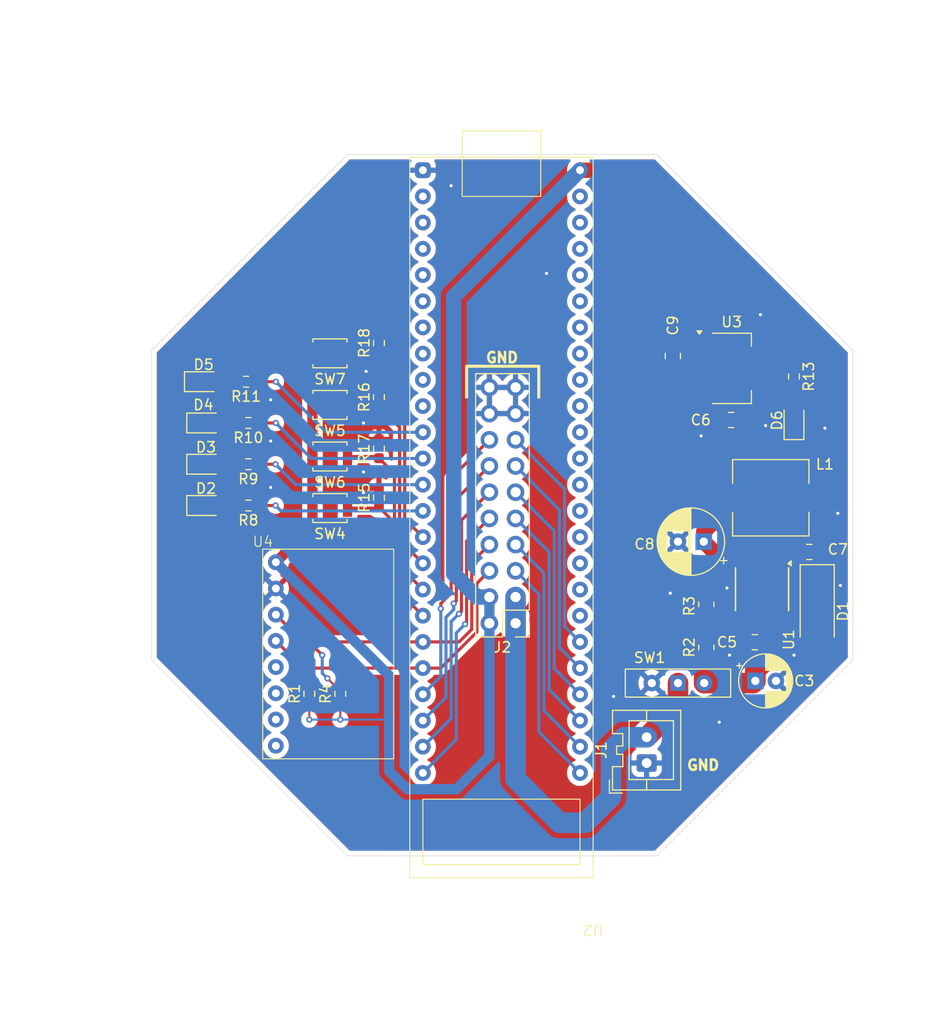
<source format=kicad_pcb>
(kicad_pcb (version 20240108) (generator "pcbnew") (generator_version "8.0")
  (layers (0 "F.Cu" signal) (31 "B.Cu" signal) (34 "B.Paste" user) (35 "F.Paste" user) (36 "B.SilkS" user "B.Silkscreen") (37 "F.SilkS" user "F.Silkscreen") (38 "B.Mask" user) (39 "F.Mask" user) (44 "Edge.Cuts" user))
  (net 0 "")
  (net 1 "GND")
  (net 2 "/12V_5V")
  (net 3 "+5V")
  (net 4 "Net-(D1-K)")
  (net 5 "Net-(U1-BOOT)")
  (net 6 "+3.3V")
  (net 7 "Net-(D2-A)")
  (net 8 "Net-(D3-A)")
  (net 9 "Net-(D4-A)")
  (net 10 "Net-(D5-A)")
  (net 11 "Net-(D6-A)")
  (net 12 "+12V")
  (net 13 "/FPGA6")
  (net 14 "/SDA")
  (net 15 "/FPGA8")
  (net 16 "/FPGA4")
  (net 17 "/FPGA0")
  (net 18 "/SCL")
  (net 19 "/FPGA5")
  (net 20 "/FPGA3")
  (net 21 "/FPGA9")
  (net 22 "/FPGA2")
  (net 23 "/FPGA7")
  (net 24 "/FPGA1")
  (net 25 "Net-(U1-EN)")
  (net 26 "/LED00")
  (net 27 "/LED01")
  (net 28 "/LED10")
  (net 29 "/LED11")
  (net 30 "/BTN00")
  (net 31 "/BTN10")
  (net 32 "/BTN01")
  (net 33 "/BTN11")
  (footprint "Resistor_SMD:R_0603_1608Metric_Pad0.98x0.95mm_HandSolder" (layer "F.Cu") (at 121.25 108.25 90)
    (property "Reference" "R1" (at 0 -1.43 -90) (layer "F.SilkS"))
    (property "Value" "2.2k")
    (pad "1" smd roundrect (at -0.9125 0 90) (size 0.975 0.95) (layers "F.Cu" "F.Paste" "F.Mask") (net 6 "+3.3V"))
    (pad "2" smd roundrect (at 0.9125 0 90) (size 0.975 0.95) (layers "F.Cu" "F.Paste" "F.Mask") (net 14 "/SDA"))
  )
  (footprint "Resistor_SMD:R_0603_1608Metric_Pad0.98x0.95mm_HandSolder" (layer "F.Cu") (at 115.1125 78 180)
    (property "Reference" "R11" (at 0 -1.43 180) (layer "F.SilkS"))
    (property "Value" "180")
    (pad "1" smd roundrect (at -0.9125 0 180) (size 0.975 0.95) (layers "F.Cu" "F.Paste" "F.Mask") (net 29 "/LED11"))
    (pad "2" smd roundrect (at 0.9125 0 180) (size 0.975 0.95) (layers "F.Cu" "F.Paste" "F.Mask") (net 10 "Net-(D5-A)"))
  )
  (footprint "LED_SMD:LED_0805_2012Metric_Pad1.15x1.40mm_HandSolder" (layer "F.Cu") (at 111.225 82)
    (property "Reference" "D4" (at -0.25 -1.75 0) (layer "F.SilkS"))
    (property "Value" "LED")
    (pad "1" smd roundrect (at -1.025 0) (size 1.15 1.4) (layers "F.Cu" "F.Paste" "F.Mask") (roundrect_rratio 0.217391) (net 1 "GND"))
    (pad "2" smd roundrect (at 1.025 0) (size 1.15 1.4) (layers "F.Cu" "F.Paste" "F.Mask") (roundrect_rratio 0.217391) (net 9 "Net-(D4-A)"))
  )
  (footprint "Capacitor_SMD:C_0805_2012Metric" (layer "F.Cu") (at 156.5 75.5 90)
    (property "Reference" "C9" (at 2.95 0 -90) (layer "F.SilkS"))
    (property "Value" "10uF")
    (pad "1" smd roundrect (at -0.95 0 90) (size 1 1.45) (layers "F.Cu" "F.Paste" "F.Mask") (net 6 "+3.3V"))
    (pad "2" smd roundrect (at 0.95 0 90) (size 1 1.45) (layers "F.Cu" "F.Paste" "F.Mask") (net 1 "GND"))
  )
  (footprint "Capacitor_SMD:C_0805_2012Metric" (layer "F.Cu") (at 169.75 94.5)
    (property "Reference" "C7" (at 2.75 -0.25 0) (layer "F.SilkS"))
    (property "Value" "10nF")
    (pad "1" smd roundrect (at -0.95 0) (size 1 1.45) (layers "F.Cu" "F.Paste" "F.Mask") (net 5 "Net-(U1-BOOT)"))
    (pad "2" smd roundrect (at 0.95 0) (size 1 1.45) (layers "F.Cu" "F.Paste" "F.Mask") (net 4 "Net-(D1-K)"))
  )
  (footprint "Resistor_SMD:R_0805_2012Metric" (layer "F.Cu") (at 159.75 103.75 90)
    (property "Reference" "R2" (at 0 -1.65 -90) (layer "F.SilkS"))
    (property "Value" "6.2k")
    (pad "1" smd roundrect (at -0.9125 0 90) (size 1.025 1.4) (layers "F.Cu" "F.Paste" "F.Mask") (roundrect_rratio 0.243902) (net 2 "/12V_5V"))
    (pad "2" smd roundrect (at 0.9125 0 90) (size 1.025 1.4) (layers "F.Cu" "F.Paste" "F.Mask") (roundrect_rratio 0.243902) (net 25 "Net-(U1-EN)"))
  )
  (footprint "Resistor_SMD:R_0603_1608Metric_Pad0.98x0.95mm_HandSolder" (layer "F.Cu") (at 115.3375 86 180)
    (property "Reference" "R9" (at 0 -1.43 180) (layer "F.SilkS"))
    (property "Value" "280")
    (pad "1" smd roundrect (at -0.9125 0 180) (size 0.975 0.95) (layers "F.Cu" "F.Paste" "F.Mask") (net 27 "/LED01"))
    (pad "2" smd roundrect (at 0.9125 0 180) (size 0.975 0.95) (layers "F.Cu" "F.Paste" "F.Mask") (net 8 "Net-(D3-A)"))
  )
  (footprint "Resistor_SMD:R_0603_1608Metric_Pad0.98x0.95mm_HandSolder" (layer "F.Cu") (at 128 79.5 90)
    (property "Reference" "R16" (at 0 -1.43 -90) (layer "F.SilkS"))
    (property "Value" "10k")
    (pad "1" smd roundrect (at -0.9125 0 90) (size 0.975 0.95) (layers "F.Cu" "F.Paste" "F.Mask") (net 31 "/BTN10"))
    (pad "2" smd roundrect (at 0.9125 0 90) (size 0.975 0.95) (layers "F.Cu" "F.Paste" "F.Mask") (net 1 "GND"))
  )
  (footprint "Resistor_SMD:R_0603_1608Metric_Pad0.98x0.95mm_HandSolder" (layer "F.Cu") (at 168.25 77.5 -90)
    (property "Reference" "R13" (at 0 -1.43 -90) (layer "F.SilkS"))
    (property "Value" "290")
    (pad "1" smd roundrect (at -0.9125 0 270) (size 0.975 0.95) (layers "F.Cu" "F.Paste" "F.Mask") (net 6 "+3.3V"))
    (pad "2" smd roundrect (at 0.9125 0 270) (size 0.975 0.95) (layers "F.Cu" "F.Paste" "F.Mask") (net 11 "Net-(D6-A)"))
  )
  (footprint "Resistor_SMD:R_0603_1608Metric_Pad0.98x0.95mm_HandSolder" (layer "F.Cu") (at 128 74.25 90)
    (property "Reference" "R18" (at 0 -1.43 -90) (layer "F.SilkS"))
    (property "Value" "10k")
    (pad "1" smd roundrect (at -0.9125 0 90) (size 0.975 0.95) (layers "F.Cu" "F.Paste" "F.Mask") (net 33 "/BTN11"))
    (pad "2" smd roundrect (at 0.9125 0 90) (size 0.975 0.95) (layers "F.Cu" "F.Paste" "F.Mask") (net 1 "GND"))
  )
  (footprint "Button_Switch_SMD:SW_SPST_B3U-1000P" (layer "F.Cu") (at 123.25 75.25 180)
    (property "Reference" "SW7" (at 0 -2.5 180) (layer "F.SilkS"))
    (property "Value" "SW_Push")
    (pad "1" smd rect (at -1.7 0 180) (size 0.9 1.7) (layers "F.Cu" "F.Paste" "F.Mask") (net 33 "/BTN11"))
    (pad "2" smd rect (at 1.7 0 180) (size 0.9 1.7) (layers "F.Cu" "F.Paste" "F.Mask") (net 6 "+3.3V"))
  )
  (footprint "LED_SMD:LED_0805_2012Metric_Pad1.15x1.40mm_HandSolder" (layer "F.Cu") (at 111.225 86)
    (property "Reference" "D3" (at 0 -1.65 0) (layer "F.SilkS"))
    (property "Value" "LED")
    (pad "1" smd roundrect (at -1.025 0) (size 1.15 1.4) (layers "F.Cu" "F.Paste" "F.Mask") (roundrect_rratio 0.217391) (net 1 "GND"))
    (pad "2" smd roundrect (at 1.025 0) (size 1.15 1.4) (layers "F.Cu" "F.Paste" "F.Mask") (roundrect_rratio 0.217391) (net 8 "Net-(D3-A)"))
  )
  (footprint "Button_Switch_SMD:SW_SPST_B3U-1000P" (layer "F.Cu") (at 123.25 90.25 180)
    (property "Reference" "SW4" (at 0 -2.5 180) (layer "F.SilkS"))
    (property "Value" "SW_Push")
    (pad "1" smd rect (at -1.7 0 180) (size 0.9 1.7) (layers "F.Cu" "F.Paste" "F.Mask") (net 30 "/BTN00"))
    (pad "2" smd rect (at 1.7 0 180) (size 0.9 1.7) (layers "F.Cu" "F.Paste" "F.Mask") (net 6 "+3.3V"))
  )
  (footprint "Resistor_SMD:R_0603_1608Metric_Pad0.98x0.95mm_HandSolder" (layer "F.Cu") (at 128 84.5 90)
    (property "Reference" "R17" (at 0 -1.43 -90) (layer "F.SilkS"))
    (property "Value" "10k")
    (pad "1" smd roundrect (at -0.9125 0 90) (size 0.975 0.95) (layers "F.Cu" "F.Paste" "F.Mask") (net 32 "/BTN01"))
    (pad "2" smd roundrect (at 0.9125 0 90) (size 0.975 0.95) (layers "F.Cu" "F.Paste" "F.Mask") (net 1 "GND"))
  )
  (footprint "Capacitor_THT:CP_Radial_D6.3mm_P2.50mm" (layer "F.Cu") (at 159.5 93.5 180)
    (property "Reference" "C8" (at 5.75 -0.25 180) (layer "F.SilkS"))
    (property "Value" "120uF")
    (pad "1" thru_hole rect (at 0 0 180) (size 1.6 1.6) (drill 0.8) (layers "*.Cu" "*.Mask") (net 3 "+5V"))
    (pad "2" thru_hole circle (at 2.5 0 180) (size 1.6 1.6) (drill 0.8) (layers "*.Cu" "*.Mask") (net 1 "GND"))
  )
  (footprint "Package_SO:TI_SO-PowerPAD-8" (layer "F.Cu") (at 165.155 98.1075 -90)
    (property "Reference" "U1" (at 4.8925 -2.595 90) (layer "F.SilkS"))
    (property "Value" "LM22676MR-5")
    (pad "1" smd rect (at -2.78 -1.905 270) (size 1.91 0.61) (layers "F.Cu" "F.Paste" "F.Mask") (net 5 "Net-(U1-BOOT)"))
    (pad "2" smd rect (at -2.78 -0.635 270) (size 1.91 0.61) (layers "F.Cu" "F.Paste" "F.Mask"))
    (pad "3" smd rect (at -2.78 0.635 270) (size 1.91 0.61) (layers "F.Cu" "F.Paste" "F.Mask"))
    (pad "4" smd rect (at -2.78 1.905 270) (size 1.91 0.61) (layers "F.Cu" "F.Paste" "F.Mask") (net 3 "+5V"))
    (pad "5" smd rect (at 2.78 1.905 270) (size 1.91 0.61) (layers "F.Cu" "F.Paste" "F.Mask") (net 25 "Net-(U1-EN)"))
    (pad "6" smd rect (at 2.78 0.635 270) (size 1.91 0.61) (layers "F.Cu" "F.Paste" "F.Mask") (net 1 "GND"))
    (pad "7" smd rect (at 2.78 -0.635 270) (size 1.91 0.61) (layers "F.Cu" "F.Paste" "F.Mask") (net 2 "/12V_5V"))
    (pad "8" smd rect (at 2.78 -1.905 270) (size 1.91 0.61) (layers "F.Cu" "F.Paste" "F.Mask") (net 4 "Net-(D1-K)"))
    (pad "9" smd rect (at -0.6025 -0.775 270) (size 1.205 1.55) (layers "F.Cu" "F.Paste" "F.Mask") (net 1 "GND"))
    (pad "9" smd rect (at -0.6025 0.775 270) (size 1.205 1.55) (layers "F.Cu" "F.Paste" "F.Mask") (net 1 "GND"))
    (pad "9" smd rect (at 0.6025 -0.775 270) (size 1.205 1.55) (layers "F.Cu" "F.Paste" "F.Mask") (net 1 "GND"))
    (pad "9" smd rect (at 0.6025 0.775 270) (size 1.205 1.55) (layers "F.Cu" "F.Paste" "F.Mask") (net 1 "GND"))
  )
  (footprint "Inductor_SMD:L_7.3x7.3_H3.5" (layer "F.Cu") (at 166 89.25 180)
    (property "Reference" "L1" (at -5.25 3.25 180) (layer "F.SilkS"))
    (property "Value" "8.2uH")
    (pad "1" smd rect (at -3.2 0 180) (size 1.5 2.2) (layers "F.Cu" "F.Paste" "F.Mask") (net 4 "Net-(D1-K)"))
    (pad "2" smd rect (at 3.2 0 180) (size 1.5 2.2) (layers "F.Cu" "F.Paste" "F.Mask") (net 3 "+5V"))
  )
  (footprint "CMOD_FPGA:CMODA7" (layer "F.Cu") (at 148.77 126.08 180)
    (property "Reference" "U2" (at 0 -5.08 180) (layer "F.SilkS") (effects (font (thickness 0.1))))
    (property "Value" "~")
    (pad "1" thru_hole circle (at 1.27 10.16 180) (size 1.524 1.524) (drill 0.762) (layers "*.Cu" "*.Mask") (net 19 "/FPGA5"))
    (pad "2" thru_hole circle (at 1.27 12.7 180) (size 1.524 1.524) (drill 0.762) (layers "*.Cu" "*.Mask") (net 16 "/FPGA4"))
    (pad "3" thru_hole circle (at 1.27 15.24 180) (size 1.524 1.524) (drill 0.762) (layers "*.Cu" "*.Mask") (net 20 "/FPGA3"))
    (pad "4" thru_hole circle (at 1.27 17.78 180) (size 1.524 1.524) (drill 0.762) (layers "*.Cu" "*.Mask") (net 22 "/FPGA2"))
    (pad "5" thru_hole circle (at 1.27 20.32 180) (size 1.524 1.524) (drill 0.762) (layers "*.Cu" "*.Mask") (net 24 "/FPGA1"))
    (pad "6" thru_hole circle (at 1.27 22.86 180) (size 1.524 1.524) (drill 0.762) (layers "*.Cu" "*.Mask") (net 17 "/FPGA0"))
    (pad "7" thru_hole circle (at 1.27 25.4 180) (size 1.524 1.524) (drill 0.762) (layers "*.Cu" "*.Mask"))
    (pad "8" thru_hole circle (at 1.27 27.94 180) (size 1.524 1.524) (drill 0.762) (layers "*.Cu" "*.Mask"))
    (pad "9" thru_hole circle (at 1.27 30.48 180) (size 1.524 1.524) (drill 0.762) (layers "*.Cu" "*.Mask"))
    (pad "10" thru_hole circle (at 1.27 33.02 180) (size 1.524 1.524) (drill 0.762) (layers "*.Cu" "*.Mask"))
    (pad "11" thru_hole circle (at 1.27 35.56 180) (size 1.524 1.524) (drill 0.762) (layers "*.Cu" "*.Mask"))
    (pad "12" thru_hole circle (at 1.27 38.1 180) (size 1.524 1.524) (drill 0.762) (layers "*.Cu" "*.Mask"))
    (pad "13" thru_hole circle (at 1.27 40.64 180) (size 1.524 1.524) (drill 0.762) (layers "*.Cu" "*.Mask"))
    (pad "14" thru_hole circle (at 1.27 43.18 180) (size 1.524 1.524) (drill 0.762) (layers "*.Cu" "*.Mask"))
    (pad "15" thru_hole circle (at 1.27 45.72 180) (size 1.524 1.524) (drill 0.762) (layers "*.Cu" "*.Mask"))
    (pad "16" thru_hole circle (at 1.27 48.26 180) (size 1.524 1.524) (drill 0.762) (layers "*.Cu" "*.Mask"))
    (pad "17" thru_hole circle (at 1.27 50.8 180) (size 1.524 1.524) (drill 0.762) (layers "*.Cu" "*.Mask"))
    (pad "18" thru_hole circle (at 1.27 53.34 180) (size 1.524 1.524) (drill 0.762) (layers "*.Cu" "*.Mask"))
    (pad "19" thru_hole circle (at 1.27 55.88 180) (size 1.524 1.524) (drill 0.762) (layers "*.Cu" "*.Mask"))
    (pad "20" thru_hole circle (at 1.27 58.42 180) (size 1.524 1.524) (drill 0.762) (layers "*.Cu" "*.Mask"))
    (pad "21" thru_hole circle (at 1.27 60.96 180) (size 1.524 1.524) (drill 0.762) (layers "*.Cu" "*.Mask"))
    (pad "22" thru_hole circle (at 1.27 63.5 180) (size 1.524 1.524) (drill 0.762) (layers "*.Cu" "*.Mask"))
    (pad "23" thru_hole circle (at 1.27 66.04 180) (size 1.524 1.524) (drill 0.762) (layers "*.Cu" "*.Mask"))
    (pad "24" thru_hole circle (at 1.27 68.58 180) (size 1.524 1.524) (drill 0.762) (layers "*.Cu" "*.Mask") (net 6 "+3.3V"))
    (pad "25" thru_hole roundrect (at 16.51 68.58 180) (size 1.524 1.524) (drill 0.762) (layers "*.Cu" "*.Mask") (net 1 "GND"))
    (pad "26" thru_hole circle (at 16.51 66.04 180) (size 1.524 1.524) (drill 0.762) (layers "*.Cu" "*.Mask"))
    (pad "27" thru_hole circle (at 16.51 63.5 180) (size 1.524 1.524) (drill 0.762) (layers "*.Cu" "*.Mask"))
    (pad "28" thru_hole circle (at 16.51 60.96 180) (size 1.524 1.524) (drill 0.762) (layers "*.Cu" "*.Mask"))
    (pad "29" thru_hole circle (at 16.51 58.42 180) (size 1.524 1.524) (drill 0.762) (layers "*.Cu" "*.Mask"))
    (pad "30" thru_hole circle (at 16.51 55.88 180) (size 1.524 1.524) (drill 0.762) (layers "*.Cu" "*.Mask"))
    (pad "31" thru_hole circle (at 16.51 53.34 180) (size 1.524 1.524) (drill 0.762) (layers "*.Cu" "*.Mask"))
    (pad "32" thru_hole circle (at 16.51 50.8 180) (size 1.524 1.524) (drill 0.762) (layers "*.Cu" "*.Mask"))
    (pad "33" thru_hole circle (at 16.51 48.26 180) (size 1.524 1.524) (drill 0.762) (layers "*.Cu" "*.Mask"))
    (pad "34" thru_hole circle (at 16.51 45.72 180) (size 1.524 1.524) (drill 0.762) (layers "*.Cu" "*.Mask"))
    (pad "35" thru_hole circle (at 16.51 43.18 180) (size 1.524 1.524) (drill 0.762) (layers "*.Cu" "*.Mask") (net 29 "/LED11"))
    (pad "36" thru_hole circle (at 16.51 40.64 180) (size 1.524 1.524) (drill 0.762) (layers "*.Cu" "*.Mask") (net 28 "/LED10"))
    (pad "37" thru_hole circle (at 16.51 38.1 180) (size 1.524 1.524) (drill 0.762) (layers "*.Cu" "*.Mask") (net 27 "/LED01"))
    (pad "38" thru_hole circle (at 16.51 35.56 180) (size 1.524 1.524) (drill 0.762) (layers "*.Cu" "*.Mask") (net 26 "/LED00"))
    (pad "39" thru_hole circle (at 16.51 33.02 180) (size 1.524 1.524) (drill 0.762) (layers "*.Cu" "*.Mask") (net 33 "/BTN11"))
    (pad "40" thru_hole circle (at 16.51 30.48 180) (size 1.524 1.524) (drill 0.762) (layers "*.Cu" "*.Mask") (net 31 "/BTN10"))
    (pad "41" thru_hole circle (at 16.51 27.94 180) (size 1.524 1.524) (drill 0.762) (layers "*.Cu" "*.Mask") (net 32 "/BTN01"))
    (pad "42" thru_hole circle (at 16.51 25.4 180) (size 1.524 1.524) (drill 0.762) (layers "*.Cu" "*.Mask") (net 30 "/BTN00"))
    (pad "43" thru_hole circle (at 16.51 22.86 180) (size 1.524 1.524) (drill 0.762) (layers "*.Cu" "*.Mask") (net 18 "/SCL"))
    (pad "44" thru_hole circle (at 16.51 20.32 180) (size 1.524 1.524) (drill 0.762) (layers "*.Cu" "*.Mask") (net 14 "/SDA"))
    (pad "45" thru_hole circle (at 16.51 17.78 180) (size 1.524 1.524) (drill 0.762) (layers "*.Cu" "*.Mask") (net 13 "/FPGA6"))
    (pad "46" thru_hole circle (at 16.51 15.24 180) (size 1.524 1.524) (drill 0.762) (layers "*.Cu" "*.Mask") (net 23 "/FPGA7"))
    (pad "47" thru_hole circle (at 16.51 12.7 180) (size 1.524 1.524) (drill 0.762) (layers "*.Cu" "*.Mask") (net 15 "/FPGA8"))
    (pad "48" thru_hole circle (at 16.51 10.16 180) (size 1.524 1.524) (drill 0.762) (layers "*.Cu" "*.Mask") (net 21 "/FPGA9"))
  )
  (footprint "Resistor_SMD:R_0805_2012Metric" (layer "F.Cu") (at 159.75 99.5875 90)
    (property "Reference" "R3" (at -0.1625 -1.65 -90) (layer "F.SilkS"))
    (property "Value" "1k")
    (pad "1" smd roundrect (at -0.9125 0 90) (size 1.025 1.4) (layers "F.Cu" "F.Paste" "F.Mask") (roundrect_rratio 0.243902) (net 25 "Net-(U1-EN)"))
    (pad "2" smd roundrect (at 0.9125 0 90) (size 1.025 1.4) (layers "F.Cu" "F.Paste" "F.Mask") (roundrect_rratio 0.243902) (net 1 "GND"))
  )
  (footprint "LED_SMD:LED_0805_2012Metric_Pad1.15x1.40mm_HandSolder" (layer "F.Cu") (at 168.25 81.75 90)
    (property "Reference" "D6" (at 0 -1.65 -90) (layer "F.SilkS"))
    (property "Value" "LED")
    (pad "1" smd roundrect (at -1.025 0 90) (size 1.15 1.4) (layers "F.Cu" "F.Paste" "F.Mask") (roundrect_rratio 0.217391) (net 1 "GND"))
    (pad "2" smd roundrect (at 1.025 0 90) (size 1.15 1.4) (layers "F.Cu" "F.Paste" "F.Mask") (roundrect_rratio 0.217391) (net 11 "Net-(D6-A)"))
  )
  (footprint "Package_TO_SOT_SMD:SOT-223-3_TabPin2" (layer "F.Cu") (at 162.21 76.71)
    (property "Reference" "U3" (at 0 -4.5 0) (layer "F.SilkS"))
    (property "Value" "LD1117S33TR_SOT223")
    (pad "1" smd roundrect (at -3.15 -2.3) (size 2 1.5) (layers "F.Cu" "F.Paste" "F.Mask") (net 1 "GND"))
    (pad "2" smd roundrect (at -3.15 0) (size 2 1.5) (layers "F.Cu" "F.Paste" "F.Mask") (net 6 "+3.3V"))
    (pad "2" smd roundrect (at 3.15 0) (size 2 3.8) (layers "F.Cu" "F.Paste" "F.Mask") (net 6 "+3.3V"))
    (pad "3" smd roundrect (at -3.15 2.3) (size 2 1.5) (layers "F.Cu" "F.Paste" "F.Mask") (net 3 "+5V"))
  )
  (footprint "LED_SMD:LED_0805_2012Metric_Pad1.15x1.40mm_HandSolder" (layer "F.Cu") (at 111.225 90)
    (property "Reference" "D2" (at 0 -1.65 0) (layer "F.SilkS"))
    (property "Value" "LED")
    (pad "1" smd roundrect (at -1.025 0) (size 1.15 1.4) (layers "F.Cu" "F.Paste" "F.Mask") (roundrect_rratio 0.217391) (net 1 "GND"))
    (pad "2" smd roundrect (at 1.025 0) (size 1.15 1.4) (layers "F.Cu" "F.Paste" "F.Mask") (roundrect_rratio 0.217391) (net 7 "Net-(D2-A)"))
  )
  (footprint "Resistor_SMD:R_0603_1608Metric_Pad0.98x0.95mm_HandSolder" (layer "F.Cu") (at 124.25 108.25 90)
    (property "Reference" "R4" (at 0 -1.43 -90) (layer "F.SilkS"))
    (property "Value" "2.2k")
    (pad "1" smd roundrect (at -0.9125 0 90) (size 0.975 0.95) (layers "F.Cu" "F.Paste" "F.Mask") (net 6 "+3.3V"))
    (pad "2" smd roundrect (at 0.9125 0 90) (size 0.975 0.95) (layers "F.Cu" "F.Paste" "F.Mask") (net 18 "/SCL"))
  )
  (footprint "LED_SMD:LED_0805_2012Metric_Pad1.15x1.40mm_HandSolder" (layer "F.Cu") (at 111 78)
    (property "Reference" "D5" (at 0 -1.65 0) (layer "F.SilkS"))
    (property "Value" "LED")
    (pad "1" smd roundrect (at -1.025 0) (size 1.15 1.4) (layers "F.Cu" "F.Paste" "F.Mask") (roundrect_rratio 0.217391) (net 1 "GND"))
    (pad "2" smd roundrect (at 1.025 0) (size 1.15 1.4) (layers "F.Cu" "F.Paste" "F.Mask") (roundrect_rratio 0.217391) (net 10 "Net-(D5-A)"))
  )
  (footprint "Capacitor_SMD:C_0805_2012Metric" (layer "F.Cu") (at 164.45 103.25 180)
    (property "Reference" "C5" (at 2.7 0 180) (layer "F.SilkS"))
    (property "Value" "6.8uF")
    (pad "1" smd roundrect (at -0.95 0 180) (size 1 1.45) (layers "F.Cu" "F.Paste" "F.Mask") (net 2 "/12V_5V"))
    (pad "2" smd roundrect (at 0.95 0 180) (size 1 1.45) (layers "F.Cu" "F.Paste" "F.Mask") (net 1 "GND"))
  )
  (footprint "Capacitor_THT:CP_Radial_D5.0mm_P2.00mm" (layer "F.Cu") (at 164.5 107)
    (property "Reference" "C3" (at 4.75 0 0) (layer "F.SilkS"))
    (property "Value" "22uF")
    (pad "1" thru_hole rect (at 0 0) (size 1.6 1.6) (drill 0.8) (layers "*.Cu" "*.Mask") (net 2 "/12V_5V"))
    (pad "2" thru_hole circle (at 2 0) (size 1.6 1.6) (drill 0.8) (layers "*.Cu" "*.Mask") (net 1 "GND"))
  )
  (footprint "Adafruit_Sensors:BNO055" (layer "F.Cu") (at 116.73 94.23)
    (property "Reference" "U4" (at 0.02 -0.73 0) (layer "F.SilkS") (effects (font (thickness 0.1))))
    (property "Value" "~")
    (pad "ADC" thru_hole circle (at 1.27 11.43) (size 1.524 1.524) (drill 0.762) (layers "*.Cu" "*.Mask"))
    (pad "BOOT" thru_hole circle (at 1.27 16.51) (size 1.524 1.524) (drill 0.762) (layers "*.Cu" "*.Mask"))
    (pad "GND" thru_hole circle (at 1.27 3.81) (size 1.524 1.524) (drill 0.762) (layers "*.Cu" "*.Mask") (net 1 "GND"))
    (pad "INT" thru_hole circle (at 1.27 13.97) (size 1.524 1.524) (drill 0.762) (layers "*.Cu" "*.Mask"))
    (pad "RST" thru_hole circle (at 1.27 19.05) (size 1.524 1.524) (drill 0.762) (layers "*.Cu" "*.Mask"))
    (pad "SCL" thru_hole circle (at 1.27 6.35) (size 1.524 1.524) (drill 0.762) (layers "*.Cu" "*.Mask") (net 18 "/SCL"))
    (pad "SDA" thru_hole circle (at 1.27 8.89) (size 1.524 1.524) (drill 0.762) (layers "*.Cu" "*.Mask") (net 14 "/SDA"))
    (pad "VIN" thru_hole circle (at 1.27 1.27) (size 1.524 1.524) (drill 0.762) (layers "*.Cu" "*.Mask") (net 6 "+3.3V"))
  )
  (footprint "Button_Switch_THT:SW_Slide-03_Wuerth-WS-SLTV_10x2.5x6.4_P2.54mm" (layer "F.Cu") (at 157 107.21 180)
    (property "Reference" "SW1" (at 2.75 2.46 180) (layer "F.SilkS"))
    (property "Value" "5V Enable")
    (pad "1" thru_hole rect (at 0 0 180) (size 1.5 1.5) (drill 0.8) (layers "*.Cu" "*.Mask") (net 12 "+12V"))
    (pad "2" thru_hole circle (at -2.54 0 180) (size 1.6 1.6) (drill 0.8) (layers "*.Cu" "*.Mask") (net 2 "/12V_5V"))
    (pad "3" thru_hole circle (at 2.54 0 180) (size 1.6 1.6) (drill 0.8) (layers "*.Cu" "*.Mask") (net 1 "GND"))
  )
  (footprint "Button_Switch_SMD:SW_SPST_B3U-1000P" (layer "F.Cu") (at 123.25 80.25 180)
    (property "Reference" "SW5" (at 0 -2.5 180) (layer "F.SilkS"))
    (property "Value" "SW_Push")
    (pad "1" smd rect (at -1.7 0 180) (size 0.9 1.7) (layers "F.Cu" "F.Paste" "F.Mask") (net 31 "/BTN10"))
    (pad "2" smd rect (at 1.7 0 180) (size 0.9 1.7) (layers "F.Cu" "F.Paste" "F.Mask") (net 6 "+3.3V"))
  )
  (footprint "Diode_SMD:D_SMA_Handsoldering" (layer "F.Cu") (at 170.5 100.25 -90)
    (property "Reference" "D1" (at 0 -2.5 90) (layer "F.SilkS"))
    (property "Value" "D")
    (pad "1" smd roundrect (at -2.5 0 270) (size 3.5 1.8) (layers "F.Cu" "F.Paste" "F.Mask") (roundrect_rratio 0.1388888889) (net 4 "Net-(D1-K)"))
    (pad "2" smd roundrect (at 2.5 0 270) (size 3.5 1.8) (layers "F.Cu" "F.Paste" "F.Mask") (roundrect_rratio 0.1388888889) (net 1 "GND"))
  )
  (footprint "Resistor_SMD:R_0603_1608Metric_Pad0.98x0.95mm_HandSolder" (layer "F.Cu") (at 115.3375 90 180)
    (property "Reference" "R8" (at 0 -1.43 180) (layer "F.SilkS"))
    (property "Value" "280")
    (pad "1" smd roundrect (at -0.9125 0 180) (size 0.975 0.95) (layers "F.Cu" "F.Paste" "F.Mask") (net 26 "/LED00"))
    (pad "2" smd roundrect (at 0.9125 0 180) (size 0.975 0.95) (layers "F.Cu" "F.Paste" "F.Mask") (net 7 "Net-(D2-A)"))
  )
  (footprint "Resistor_SMD:R_0603_1608Metric_Pad0.98x0.95mm_HandSolder" (layer "F.Cu") (at 115.3375 82 180)
    (property "Reference" "R10" (at 0 -1.43 180) (layer "F.SilkS"))
    (property "Value" "280")
    (pad "1" smd roundrect (at -0.9125 0 180) (size 0.975 0.95) (layers "F.Cu" "F.Paste" "F.Mask") (net 28 "/LED10"))
    (pad "2" smd roundrect (at 0.9125 0 180) (size 0.975 0.95) (layers "F.Cu" "F.Paste" "F.Mask") (net 9 "Net-(D4-A)"))
  )
  (footprint "Button_Switch_SMD:SW_SPST_B3U-1000P" (layer "F.Cu") (at 123.25 85.25 180)
    (property "Reference" "SW6" (at 0 -2.5 180) (layer "F.SilkS"))
    (property "Value" "SW_Push")
    (pad "1" smd rect (at -1.7 0 180) (size 0.9 1.7) (layers "F.Cu" "F.Paste" "F.Mask") (net 32 "/BTN01"))
    (pad "2" smd rect (at 1.7 0 180) (size 0.9 1.7) (layers "F.Cu" "F.Paste" "F.Mask") (net 6 "+3.3V"))
  )
  (footprint "Resistor_SMD:R_0603_1608Metric_Pad0.98x0.95mm_HandSolder" (layer "F.Cu") (at 128 89.25 90)
    (property "Reference" "R15" (at 0 -1.43 -90) (layer "F.SilkS"))
    (property "Value" "10k")
    (pad "1" smd roundrect (at -0.9125 0 90) (size 0.975 0.95) (layers "F.Cu" "F.Paste" "F.Mask") (net 30 "/BTN00"))
    (pad "2" smd roundrect (at 0.9125 0 90) (size 0.975 0.95) (layers "F.Cu" "F.Paste" "F.Mask") (net 1 "GND"))
  )
  (footprint "Connector_JST:JST_XA_B02B-XASK-1_1x02_P2.50mm_Vertical" (layer "F.Cu") (at 153.96 114.96 90)
    (property "Reference" "J1" (at 1.25 -4.4 -90) (layer "F.SilkS"))
    (property "Value" "Conn_01x02")
    (pad "1" thru_hole roundrect (at 0 0 90) (size 1.7 1.95) (drill 0.95) (layers "*.Cu" "*.Mask") (roundrect_rratio 0.147059) (net 1 "GND"))
    (pad "2" thru_hole oval (at 2.5 0 90) (size 1.7 1.95) (drill 0.95) (layers "*.Cu" "*.Mask") (net 12 "+12V"))
  )
  (footprint "Capacitor_SMD:C_0805_2012Metric" (layer "F.Cu") (at 162.16 81.71 180)
    (property "Reference" "C6" (at 2.95 0 180) (layer "F.SilkS"))
    (property "Value" "100nF")
    (pad "1" smd roundrect (at -0.95 0 180) (size 1 1.45) (layers "F.Cu" "F.Paste" "F.Mask") (net 3 "+5V"))
    (pad "2" smd roundrect (at 0.95 0 180) (size 1 1.45) (layers "F.Cu" "F.Paste" "F.Mask") (net 1 "GND"))
  )
  (footprint "Connector_PinHeader_2.54mm:PinHeader_2x10_P2.54mm_Vertical" (layer "F.Cu") (at 141.25 101.41 180)
    (property "Reference" "J2" (at 1.27 -2.33 180) (layer "F.SilkS"))
    (property "Value" "Conn_02x10_Odd_Even")
    (pad "1" thru_hole rect (at 0 0 180) (size 1.7 1.7) (drill 1) (layers "*.Cu" "*.Mask") (net 12 "+12V"))
    (pad "2" thru_hole oval (at 2.54 0 180) (size 1.7 1.7) (drill 1) (layers "*.Cu" "*.Mask") (net 6 "+3.3V"))
    (pad "3" thru_hole oval (at 0 2.54 180) (size 1.7 1.7) (drill 1) (layers "*.Cu" "*.Mask") (net 12 "+12V"))
    (pad "4" thru_hole oval (at 2.54 2.54 180) (size 1.7 1.7) (drill 1) (layers "*.Cu" "*.Mask") (net 6 "+3.3V"))
    (pad "5" thru_hole oval (at 0 5.08 180) (size 1.7 1.7) (drill 1) (layers "*.Cu" "*.Mask") (net 19 "/FPGA5"))
    (pad "6" thru_hole oval (at 2.54 5.08 180) (size 1.7 1.7) (drill 1) (layers "*.Cu" "*.Mask") (net 14 "/SDA"))
    (pad "7" thru_hole oval (at 0 7.62 180) (size 1.7 1.7) (drill 1) (layers "*.Cu" "*.Mask") (net 16 "/FPGA4"))
    (pad "8" thru_hole oval (at 2.54 7.62 180) (size 1.7 1.7) (drill 1) (layers "*.Cu" "*.Mask") (net 18 "/SCL"))
    (pad "9" thru_hole oval (at 0 10.16 180) (size 1.7 1.7) (drill 1) (layers "*.Cu" "*.Mask") (net 20 "/FPGA3"))
    (pad "10" thru_hole oval (at 2.54 10.16 180) (size 1.7 1.7) (drill 1) (layers "*.Cu" "*.Mask") (net 21 "/FPGA9"))
    (pad "11" thru_hole oval (at 0 12.7 180) (size 1.7 1.7) (drill 1) (layers "*.Cu" "*.Mask") (net 22 "/FPGA2"))
    (pad "12" thru_hole oval (at 2.54 12.7 180) (size 1.7 1.7) (drill 1) (layers "*.Cu" "*.Mask") (net 15 "/FPGA8"))
    (pad "13" thru_hole oval (at 0 15.24 180) (size 1.7 1.7) (drill 1) (layers "*.Cu" "*.Mask") (net 24 "/FPGA1"))
    (pad "14" thru_hole oval (at 2.54 15.24 180) (size 1.7 1.7) (drill 1) (layers "*.Cu" "*.Mask") (net 23 "/FPGA7"))
    (pad "15" thru_hole oval (at 0 17.78 180) (size 1.7 1.7) (drill 1) (layers "*.Cu" "*.Mask") (net 17 "/FPGA0"))
    (pad "16" thru_hole oval (at 2.54 17.78 180) (size 1.7 1.7) (drill 1) (layers "*.Cu" "*.Mask") (net 13 "/FPGA6"))
    (pad "17" thru_hole oval (at 0 20.32 180) (size 1.7 1.7) (drill 1) (layers "*.Cu" "*.Mask") (net 1 "GND"))
    (pad "18" thru_hole oval (at 2.54 20.32 180) (size 1.7 1.7) (drill 1) (layers "*.Cu" "*.Mask") (net 1 "GND"))
    (pad "19" thru_hole oval (at 0 22.86 180) (size 1.7 1.7) (drill 1) (layers "*.Cu" "*.Mask") (net 1 "GND"))
    (pad "20" thru_hole oval (at 2.54 22.86 180) (size 1.7 1.7) (drill 1) (layers "*.Cu" "*.Mask") (net 1 "GND"))
  )
  (gr_line (start 136.5 76.5) (end 143.5 76.5) (stroke (width 0.3)) (layer "F.SilkS"))
  (gr_line (start 143.5 76.5) (end 143.5 79.5) (stroke (width 0.3)) (layer "F.SilkS"))
  (gr_line (start 136.5 76.5) (end 136.5 79.5) (stroke (width 0.3)) (layer "F.SilkS"))
  (gr_line (start 124.96 123.96) (end 105.96 104.96) (stroke (width 0.05)) (layer "Edge.Cuts"))
  (gr_line (start 154.96 55.96) (end 173.96 74.96) (stroke (width 0.05)) (layer "Edge.Cuts"))
  (gr_line (start 139.96 123.96) (end 124.96 123.96) (stroke (width 0.05)) (layer "Edge.Cuts"))
  (gr_line (start 105.96 89.96) (end 105.96 104.96) (stroke (width 0.05)) (layer "Edge.Cuts"))
  (gr_line (start 139.96 123.96) (end 154.96 123.96) (stroke (width 0.05)) (layer "Edge.Cuts"))
  (gr_line (start 105.96 74.96) (end 124.96 55.96) (stroke (width 0.05)) (layer "Edge.Cuts"))
  (gr_line (start 139.96 55.96) (end 154.96 55.96) (stroke (width 0.05)) (layer "Edge.Cuts"))
  (gr_line (start 139.96 55.96) (end 124.96 55.96) (stroke (width 0.05)) (layer "Edge.Cuts"))
  (gr_line (start 173.96 89.96) (end 173.96 74.96) (stroke (width 0.05)) (layer "Edge.Cuts"))
  (gr_line (start 173.96 104.96) (end 154.96 123.96) (stroke (width 0.05)) (layer "Edge.Cuts"))
  (gr_line (start 105.96 89.96) (end 105.96 74.96) (stroke (width 0.05)) (layer "Edge.Cuts"))
  (gr_line (start 173.96 89.96) (end 173.96 104.96) (stroke (width 0.05)) (layer "Edge.Cuts"))
  (gr_text "GND" (at 157.75 115.75 0) (layer "F.SilkS") (effects (font (size 1 1) (thickness 0.25) (bold yes)) (justify left bottom)))
  (gr_text "GND" (at 138.25 76.25 0) (layer "F.SilkS") (effects (font (size 1 1) (thickness 0.25) (bold yes)) (justify left bottom)))
  (segment (start 163.5 102.5575) (end 163.5 103.25) (width 0.5) (layer "F.Cu") (net 1))
  (segment (start 164.52 98.85) (end 164.38 98.71) (width 0.5) (layer "F.Cu") (net 1))
  (segment (start 164.52 101.5375) (end 163.5 102.5575) (width 0.5) (layer "F.Cu") (net 1))
  (segment (start 164.52 100.8875) (end 164.52 101.5375) (width 0.5) (layer "F.Cu") (net 1))
  (segment (start 164.52 100.8875) (end 164.52 98.85) (width 0.5) (layer "F.Cu") (net 1))
  (via (at 159.25 83.25) (size 0.6) (drill 0.3) (layers "F.Cu" "B.Cu") (net 1))
  (via (at 162 104.5) (size 0.6) (drill 0.3) (layers "F.Cu" "B.Cu") (net 1))
  (via (at 172.75 97.75) (size 0.6) (drill 0.3) (layers "F.Cu" "B.Cu") (net 1))
  (via (at 117.5 79.75) (size 0.6) (drill 0.3) (layers "F.Cu" "B.Cu") (net 1))
  (via (at 165.5 82.25) (size 0.6) (drill 0.3) (layers "F.Cu" "B.Cu") (net 1))
  (via (at 126.5 82) (size 0.6) (drill 0.3) (layers "F.Cu" "B.Cu") (net 1))
  (via (at 135 59) (size 0.6) (drill 0.3) (layers "F.Cu" "B.Cu") (net 1))
  (via (at 144.25 67.5) (size 0.6) (drill 0.3) (layers "F.Cu" "B.Cu") (net 1))
  (via (at 156.25 98.5) (size 0.6) (drill 0.3) (layers "F.Cu" "B.Cu") (net 1))
  (via (at 126.5 86.75) (size 0.6) (drill 0.3) (layers "F.Cu" "B.Cu") (net 1))
  (via (at 126.75 77) (size 0.6) (drill 0.3) (layers "F.Cu" "B.Cu") (net 1))
  (via (at 161.75 98) (size 0.6) (drill 0.3) (layers "F.Cu" "B.Cu") (net 1))
  (via (at 168.25 104.5) (size 0.6) (drill 0.3) (layers "F.Cu" "B.Cu") (net 1))
  (via (at 161 111) (size 0.6) (drill 0.3) (layers "F.Cu" "B.Cu") (net 1))
  (via (at 165 71.5) (size 0.6) (drill 0.3) (layers "F.Cu" "B.Cu") (net 1))
  (via (at 126.5 88.75) (size 0.6) (drill 0.3) (layers "F.Cu" "B.Cu") (net 1))
  (via (at 117.5 88.25) (size 0.6) (drill 0.3) (layers "F.Cu" "B.Cu") (net 1))
  (via (at 150.75 108.5) (size 0.6) (drill 0.3) (layers "F.Cu" "B.Cu") (net 1))
  (via (at 171.25 82.5) (size 0.6) (drill 0.3) (layers "F.Cu" "B.Cu") (net 1))
  (via (at 172.5 90.75) (size 0.6) (drill 0.3) (layers "F.Cu" "B.Cu") (net 1))
  (via (at 117.5 83.75) (size 0.6) (drill 0.3) (layers "F.Cu" "B.Cu") (net 1))
  (segment (start 159.54 107.21) (end 164.29 107.21) (width 2) (layer "F.Cu") (net 2))
  (segment (start 164.5 106) (end 165.4 105.1) (width 2) (layer "F.Cu") (net 2))
  (segment (start 164.29 107.21) (end 164.5 107) (width 2) (layer "F.Cu") (net 2))
  (segment (start 165.79 102.86) (end 165.4 103.25) (width 1.5) (layer "F.Cu") (net 2))
  (segment (start 165.4 105.1) (end 165.4 103.25) (width 2) (layer "F.Cu") (net 2))
  (segment (start 164.5 107) (end 164.5 106) (width 2) (layer "F.Cu") (net 2))
  (segment (start 159.54 104.8725) (end 159.75 104.6625) (width 2) (layer "F.Cu") (net 2))
  (segment (start 159.54 107.21) (end 159.54 104.8725) (width 2) (layer "F.Cu") (net 2))
  (segment (start 165.79 100.8875) (end 165.79 102.86) (width 1.5) (layer "F.Cu") (net 2))
  (segment (start 162.8 89.25) (end 162.8 82.02) (width 1.5) (layer "F.Cu") (net 3))
  (segment (start 163.11 81.71) (end 163.11 81.11) (width 1.5) (layer "F.Cu") (net 3))
  (segment (start 161.3275 95.3275) (end 159.5 93.5) (width 1.5) (layer "F.Cu") (net 3))
  (segment (start 159.5 93.5) (end 159.5 92.55) (width 1.5) (layer "F.Cu") (net 3))
  (segment (start 163.25 95.3275) (end 161.3275 95.3275) (width 1.5) (layer "F.Cu") (net 3))
  (segment (start 161.01 79.01) (end 159.06 79.01) (width 1.5) (layer "F.Cu") (net 3))
  (segment (start 159.5 92.55) (end 162.8 89.25) (width 1.5) (layer "F.Cu") (net 3))
  (segment (start 162.8 82.02) (end 163.11 81.71) (width 1.5) (layer "F.Cu") (net 3))
  (segment (start 163.11 81.11) (end 161.01 79.01) (width 1.5) (layer "F.Cu") (net 3))
  (segment (start 170.7 94.5) (end 170.7 90.75) (width 1) (layer "F.Cu") (net 4))
  (segment (start 170.5 97.75) (end 170.5 94.7) (width 1) (layer "F.Cu") (net 4))
  (segment (start 170.7 90.75) (end 169.2 89.25) (width 1) (layer "F.Cu") (net 4))
  (segment (start 170.5 94.7) (end 170.7 94.5) (width 1) (layer "F.Cu") (net 4))
  (segment (start 167.3625 100.8875) (end 170.5 97.75) (width 0.5) (layer "F.Cu") (net 4))
  (segment (start 167.06 100.8875) (end 167.3625 100.8875) (width 0.5) (layer "F.Cu") (net 4))
  (segment (start 167.9725 95.3275) (end 168.8 94.5) (width 1) (layer "F.Cu") (net 5))
  (segment (start 167.06 95.3275) (end 167.9725 95.3275) (width 1) (layer "F.Cu") (net 5))
  (segment (start 156.5 76.45) (end 155.775 76.45) (width 1.5) (layer "F.Cu") (net 6))
  (segment (start 149 57.5) (end 147.5 57.5) (width 1.5) (layer "F.Cu") (net 6))
  (segment (start 121.55 85.25) (end 121.55 90.25) (width 1) (layer "F.Cu") (net 6))
  (segment (start 151 59.5) (end 149 57.5) (width 1.5) (layer "F.Cu") (net 6))
  (segment (start 121.25 109.1625) (end 121.25 110.75) (width 0.2) (layer "F.Cu") (net 6))
  (segment (start 121.55 75.25) (end 121.55 80.25) (width 1) (layer "F.Cu") (net 6))
  (segment (start 121.55 91.95) (end 118 95.5) (width 1) (layer "F.Cu") (net 6))
  (segment (start 155.775 76.45) (end 151 71.675) (width 1.5) (layer "F.Cu") (net 6))
  (segment (start 159.06 76.71) (end 165.36 76.71) (width 1.5) (layer "F.Cu") (net 6))
  (segment (start 124.25 109.1625) (end 124.25 110.75) (width 0.2) (layer "F.Cu") (net 6))
  (segment (start 121.55 90.25) (end 121.55 91.95) (width 1) (layer "F.Cu") (net 6))
  (segment (start 151 71.675) (end 151 59.5) (width 1.5) (layer "F.Cu") (net 6))
  (segment (start 156.76 76.71) (end 156.5 76.45) (width 1.5) (layer "F.Cu") (net 6))
  (segment (start 165.36 76.71) (end 168.0025 76.71) (width 1.5) (layer "F.Cu") (net 6))
  (segment (start 159.06 76.71) (end 156.76 76.71) (width 1.5) (layer "F.Cu") (net 6))
  (segment (start 168.0025 76.71) (end 168.25 76.4625) (width 1.5) (layer "F.Cu") (net 6))
  (segment (start 121.55 80.25) (end 121.55 85.25) (width 1) (layer "F.Cu") (net 6))
  (via (at 121.25 110.75) (size 0.6) (drill 0.3) (layers "F.Cu" "B.Cu") (net 6))
  (via (at 124.25 110.75) (size 0.6) (drill 0.3) (layers "F.Cu" "B.Cu") (net 6))
  (segment (start 147.5 57.5) (end 135.25 69.75) (width 1.5) (layer "B.Cu") (net 6))
  (segment (start 135.25 69.75) (end 135.25 96.612081) (width 1.5) (layer "B.Cu") (net 6))
  (segment (start 129 115.75) (end 130.75 117.5) (width 1) (layer "B.Cu") (net 6))
  (segment (start 137.507919 98.87) (end 138.71 98.87) (width 1.5) (layer "B.Cu") (net 6))
  (segment (start 124.25 110.75) (end 129 110.75) (width 0.2) (layer "B.Cu") (net 6))
  (segment (start 129 110.75) (end 129 115.75) (width 1) (layer "B.Cu") (net 6))
  (segment (start 135.5 117.5) (end 138.71 114.29) (width 1) (layer "B.Cu") (net 6))
  (segment (start 138.71 114.29) (end 138.71 98.87) (width 1) (layer "B.Cu") (net 6))
  (segment (start 129 106.5) (end 129 110.75) (width 1) (layer "B.Cu") (net 6))
  (segment (start 118 95.5) (end 129 106.5) (width 1) (layer "B.Cu") (net 6))
  (segment (start 121.25 110.75) (end 124.25 110.75) (width 0.2) (layer "B.Cu") (net 6))
  (segment (start 130.75 117.5) (end 135.5 117.5) (width 1) (layer "B.Cu") (net 6))
  (segment (start 135.25 96.612081) (end 137.507919 98.87) (width 1.5) (layer "B.Cu") (net 6))
  (segment (start 112.25 90) (end 114.425 90) (width 0.3) (layer "F.Cu") (net 7))
  (segment (start 112.25 86) (end 114.425 86) (width 0.3) (layer "F.Cu") (net 8))
  (segment (start 112.25 82) (end 114.425 82) (width 0.3) (layer "F.Cu") (net 9))
  (segment (start 112.025 78) (end 114.2 78) (width 0.3) (layer "F.Cu") (net 10))
  (segment (start 168.25 78.5375) (end 168.25 80.725) (width 0.3) (layer "F.Cu") (net 11))
  (segment (start 157 109.42) (end 157 107.21) (width 2) (layer "F.Cu") (net 12))
  (segment (start 153.96 112.46) (end 157 109.42) (width 2) (layer "F.Cu") (net 12))
  (segment (start 141.25 98.87) (end 141.25 101.41) (width 2) (layer "B.Cu") (net 12))
  (segment (start 151.79 112.46) (end 153.96 112.46) (width 2) (layer "B.Cu") (net 12))
  (segment (start 141.25 116.5) (end 145.5 120.75) (width 2) (layer "B.Cu") (net 12))
  (segment (start 148 120.75) (end 150.5 118.25) (width 2) (layer "B.Cu") (net 12))
  (segment (start 150.5 118.25) (end 150.5 113.75) (width 2) (layer "B.Cu") (net 12))
  (segment (start 141.25 101.41) (end 141.25 116.5) (width 2) (layer "B.Cu") (net 12))
  (segment (start 145.5 120.75) (end 148 120.75) (width 2) (layer "B.Cu") (net 12))
  (segment (start 150.5 113.75) (end 151.79 112.46) (width 2) (layer "B.Cu") (net 12))
  (segment (start 138.71 83.63) (end 135 87.34) (width 0.3) (layer "F.Cu") (net 13))
  (segment (start 135 87.34) (end 135 97) (width 0.3) (layer "F.Cu") (net 13))
  (segment (start 135 97) (end 135 98.5) (width 0.3) (layer "F.Cu") (net 13))
  (segment (start 135 98.5) (end 134 99.5) (width 0.3) (layer "F.Cu") (net 13))
  (segment (start 134 99.5) (end 134 100) (width 0.3) (layer "F.Cu") (net 13))
  (via (at 134 100) (size 0.6) (drill 0.3) (layers "F.Cu" "B.Cu") (net 13))
  (segment (start 134 106.56) (end 132.26 108.3) (width 0.3) (layer "B.Cu") (net 13))
  (segment (start 134 100) (end 134 106.56) (width 0.3) (layer "B.Cu") (net 13))
  (segment (start 137.5 102.25) (end 133.99 105.76) (width 0.3) (layer "F.Cu") (net 14))
  (segment (start 132.26 105.76) (end 120.64 105.76) (width 0.3) (layer "F.Cu") (net 14))
  (segment (start 121.25 106.37) (end 121.25 107.3375) (width 0.3) (layer "F.Cu") (net 14))
  (segment (start 133.99 105.76) (end 132.26 105.76) (width 0.3) (layer "F.Cu") (net 14))
  (segment (start 120.64 105.76) (end 118 103.12) (width 0.3) (layer "F.Cu") (net 14))
  (segment (start 138.71 96.33) (end 137.5 97.54) (width 0.3) (layer "F.Cu") (net 14))
  (segment (start 120.64 105.76) (end 121.25 106.37) (width 0.3) (layer "F.Cu") (net 14))
  (segment (start 137.5 97.54) (end 137.5 102.25) (width 0.3) (layer "F.Cu") (net 14))
  (segment (start 136 100.25) (end 136 91.42) (width 0.3) (layer "F.Cu") (net 15))
  (segment (start 135.75 100.5) (end 136 100.25) (width 0.3) (layer "F.Cu") (net 15))
  (segment (start 136 91.42) (end 138.71 88.71) (width 0.3) (layer "F.Cu") (net 15))
  (via (at 135.75 100.5) (size 0.6) (drill 0.3) (layers "F.Cu" "B.Cu") (net 15))
  (segment (start 135 110.64) (end 132.26 113.38) (width 0.3) (layer "B.Cu") (net 15))
  (segment (start 135.75 100.5) (end 135 101.25) (width 0.3) (layer "B.Cu") (net 15))
  (segment (start 135 101.25) (end 135 110.64) (width 0.3) (layer "B.Cu") (net 15))
  (segment (start 141.25 93.79) (end 144 96.54) (width 0.3) (layer "B.Cu") (net 16))
  (segment (start 144 96.54) (end 144 109.88) (width 0.3) (layer "B.Cu") (net 16))
  (segment (start 144 109.88) (end 147.5 113.38) (width 0.3) (layer "B.Cu") (net 16))
  (segment (start 141.25 83.63) (end 146 88.38) (width 0.3) (layer "B.Cu") (net 17))
  (segment (start 146 88.38) (end 146 101.72) (width 0.3) (layer "B.Cu") (net 17))
  (segment (start 146 101.72) (end 147.5 103.22) (width 0.3) (layer "B.Cu") (net 17))
  (segment (start 123.5875 107.3375) (end 123 106.75) (width 0.2) (layer "F.Cu") (net 18))
  (segment (start 137 102) (end 135.78 103.22) (width 0.3) (layer "F.Cu") (net 18))
  (segment (start 120.64 103.22) (end 121.22 103.22) (width 0.3) (layer "F.Cu") (net 18))
  (segment (start 135.78 103.22) (end 132.26 103.22) (width 0.3) (layer "F.Cu") (net 18))
  (segment (start 124.25 107.3375) (end 123.5875 107.3375) (width 0.2) (layer "F.Cu") (net 18))
  (segment (start 132.26 103.22) (end 120.64 103.22) (width 0.3) (layer "F.Cu") (net 18))
  (segment (start 138.71 93.79) (end 137 95.5) (width 0.3) (layer "F.Cu") (net 18))
  (segment (start 120.64 103.22) (end 118 100.58) (width 0.3) (layer "F.Cu") (net 18))
  (segment (start 121.22 103.22) (end 122.5 104.5) (width 0.3) (layer "F.Cu") (net 18))
  (segment (start 137 95.5) (end 137 102) (width 0.3) (layer "F.Cu") (net 18))
  (via (at 122.5 104.5) (size 0.6) (drill 0.3) (layers "F.Cu" "B.Cu") (net 18))
  (via (at 123 106.75) (size 0.6) (drill 0.3) (layers "F.Cu" "B.Cu") (net 18))
  (segment (start 122.5 104.5) (end 122.5 106.25) (width 0.3) (layer "B.Cu") (net 18))
  (segment (start 122.5 106.25) (end 123 106.75) (width 0.3) (layer "B.Cu") (net 18))
  (segment (start 141.25 96.33) (end 143.5 98.58) (width 0.3) (layer "B.Cu") (net 19))
  (segment (start 143.5 111.92) (end 147.5 115.92) (width 0.3) (layer "B.Cu") (net 19))
  (segment (start 143.5 98.58) (end 143.5 111.92) (width 0.3) (layer "B.Cu") (net 19))
  (segment (start 144.5 94.5) (end 144.5 107.84) (width 0.3) (layer "B.Cu") (net 20))
  (segment (start 141.25 91.25) (end 144.5 94.5) (width 0.3) (layer "B.Cu") (net 20))
  (segment (start 144.5 107.84) (end 147.5 110.84) (width 0.3) (layer "B.Cu") (net 20))
  (segment (start 136.5 101.35) (end 136.5 93.46) (width 0.3) (layer "F.Cu") (net 21))
  (segment (start 136.5 93.46) (end 138.71 91.25) (width 0.3) (layer "F.Cu") (net 21))
  (segment (start 136.35 101.5) (end 136.5 101.35) (width 0.3) (layer "F.Cu") (net 21))
  (via (at 136.35 101.5) (size 0.6) (drill 0.3) (layers "F.Cu" "B.Cu") (net 21))
  (segment (start 136.35 101.5) (end 135.5 102.35) (width 0.3) (layer "B.Cu") (net 21))
  (segment (start 135.5 102.35) (end 135.5 112.68) (width 0.3) (layer "B.Cu") (net 21))
  (segment (start 135.5 112.68) (end 132.26 115.92) (width 0.3) (layer "B.Cu") (net 21))
  (segment (start 145 105.8) (end 147.5 108.3) (width 0.3) (layer "B.Cu") (net 22))
  (segment (start 141.25 88.71) (end 145 92.46) (width 0.3) (layer "B.Cu") (net 22))
  (segment (start 145 92.46) (end 145 105.8) (width 0.3) (layer "B.Cu") (net 22))
  (segment (start 135.5 89.38) (end 138.71 86.17) (width 0.3) (layer "F.Cu") (net 23))
  (segment (start 135.5 99.25) (end 135.5 89.38) (width 0.3) (layer "F.Cu") (net 23))
  (segment (start 135.25 99.5) (end 135.5 99.25) (width 0.3) (layer "F.Cu") (net 23))
  (via (at 135.25 99.5) (size 0.6) (drill 0.3) (layers "F.Cu" "B.Cu") (net 23))
  (segment (start 134.5 108.6) (end 132.26 110.84) (width 0.3) (layer "B.Cu") (net 23))
  (segment (start 135.25 99.5) (end 135.25 100.080761) (width 0.3) (layer "B.Cu") (net 23))
  (segment (start 135.25 100.080761) (end 134.5 100.830761) (width 0.3) (layer "B.Cu") (net 23))
  (segment (start 134.5 100.830761) (end 134.5 108.6) (width 0.3) (layer "B.Cu") (net 23))
  (segment (start 141.25 86.17) (end 145.5 90.42) (width 0.3) (layer "B.Cu") (net 24))
  (segment (start 145.5 103.76) (end 147.5 105.76) (width 0.3) (layer "B.Cu") (net 24))
  (segment (start 145.5 90.42) (end 145.5 103.76) (width 0.3) (layer "B.Cu") (net 24))
  (segment (start 160.1375 100.8875) (end 159.75 100.5) (width 0.3) (layer "F.Cu") (net 25))
  (segment (start 163.25 100.8875) (end 160.1375 100.8875) (width 0.3) (layer "F.Cu") (net 25))
  (segment (start 159.75 100.5) (end 159.75 102.8375) (width 0.3) (layer "F.Cu") (net 25))
  (segment (start 116.25 90) (end 117.975 90) (width 0.3) (layer "F.Cu") (net 26))
  (via (at 117.975 90) (size 0.6) (drill 0.3) (layers "F.Cu" "B.Cu") (net 26))
  (segment (start 118.495 90.52) (end 132.26 90.52) (width 0.3) (layer "B.Cu") (net 26))
  (segment (start 117.975 90) (end 118.495 90.52) (width 0.3) (layer "B.Cu") (net 26))
  (segment (start 116.25 86) (end 117.975 86) (width 0.3) (layer "F.Cu") (net 27))
  (via (at 117.975 86) (size 0.6) (drill 0.3) (layers "F.Cu" "B.Cu") (net 27))
  (segment (start 117.975 86) (end 119.955 87.98) (width 0.3) (layer "B.Cu") (net 27))
  (segment (start 119.955 87.98) (end 132.26 87.98) (width 0.3) (layer "B.Cu") (net 27))
  (segment (start 116.25 82) (end 118 82) (width 0.3) (layer "F.Cu") (net 28))
  (via (at 118 82) (size 0.6) (drill 0.3) (layers "F.Cu" "B.Cu") (net 28))
  (segment (start 118 82) (end 121.44 85.44) (width 0.3) (layer "B.Cu") (net 28))
  (segment (start 121.44 85.44) (end 132.26 85.44) (width 0.3) (layer "B.Cu") (net 28))
  (segment (start 116.025 78) (end 118 78) (width 0.3) (layer "F.Cu") (net 29))
  (via (at 118 78) (size 0.6) (drill 0.3) (layers "F.Cu" "B.Cu") (net 29))
  (segment (start 118 78) (end 122.9 82.9) (width 0.3) (layer "B.Cu") (net 29))
  (segment (start 122.9 82.9) (end 132.26 82.9) (width 0.3) (layer "B.Cu") (net 29))
  (segment (start 129 91.1625) (end 129 97.42) (width 0.3) (layer "F.Cu") (net 30))
  (segment (start 127.9125 90.25) (end 128 90.1625) (width 0.3) (layer "F.Cu") (net 30))
  (segment (start 128 90.1625) (end 129 91.1625) (width 0.3) (layer "F.Cu") (net 30))
  (segment (start 124.95 90.25) (end 127.9125 90.25) (width 0.3) (layer "F.Cu") (net 30))
  (segment (start 129 97.42) (end 132.26 100.68) (width 0.3) (layer "F.Cu") (net 30))
  (segment (start 124.95 80.25) (end 127.8375 80.25) (width 0.3) (layer "F.Cu") (net 31))
  (segment (start 130 93.34) (end 132.26 95.6) (width 0.3) (layer "F.Cu") (net 31))
  (segment (start 128 80.4125) (end 130 82.4125) (width 0.3) (layer "F.Cu") (net 31))
  (segment (start 130 82.4125) (end 130 93.34) (width 0.3) (layer "F.Cu") (net 31))
  (segment (start 127.8375 80.25) (end 128 80.4125) (width 0.3) (layer "F.Cu") (net 31))
  (segment (start 129.5 95.38) (end 132.26 98.14) (width 0.3) (layer "F.Cu") (net 32))
  (segment (start 127.8375 85.25) (end 128 85.4125) (width 0.3) (layer "F.Cu") (net 32))
  (segment (start 129.5 86.9125) (end 129.5 95.38) (width 0.3) (layer "F.Cu") (net 32))
  (segment (start 128 85.4125) (end 129.5 86.9125) (width 0.3) (layer "F.Cu") (net 32))
  (segment (start 124.95 85.25) (end 127.8375 85.25) (width 0.3) (layer "F.Cu") (net 32))
  (segment (start 127.9125 75.25) (end 128 75.1625) (width 0.3) (layer "F.Cu") (net 33))
  (segment (start 130.5 91.3) (end 132.26 93.06) (width 0.3) (layer "F.Cu") (net 33))
  (segment (start 124.95 75.25) (end 127.9125 75.25) (width 0.3) (layer "F.Cu") (net 33))
  (segment (start 128 75.1625) (end 130.5 77.6625) (width 0.3) (layer "F.Cu") (net 33))
  (segment (start 130.5 77.6625) (end 130.5 91.3) (width 0.3) (layer "F.Cu") (net 33))
  (zone (net 1) (net_name "GND") (layers "F&B.Cu") (connect_pads (clearance 0.5)) (min_thickness 0.25) (fill yes (thermal_gap 0.5) (thermal_bridge_width 0.5))
    (polygon (pts (xy 100.5 48.75) (xy 183.5 47.5) (xy 182 139.75) (xy 97 140.25) (xy 91.25 83)))
  )
)
</source>
